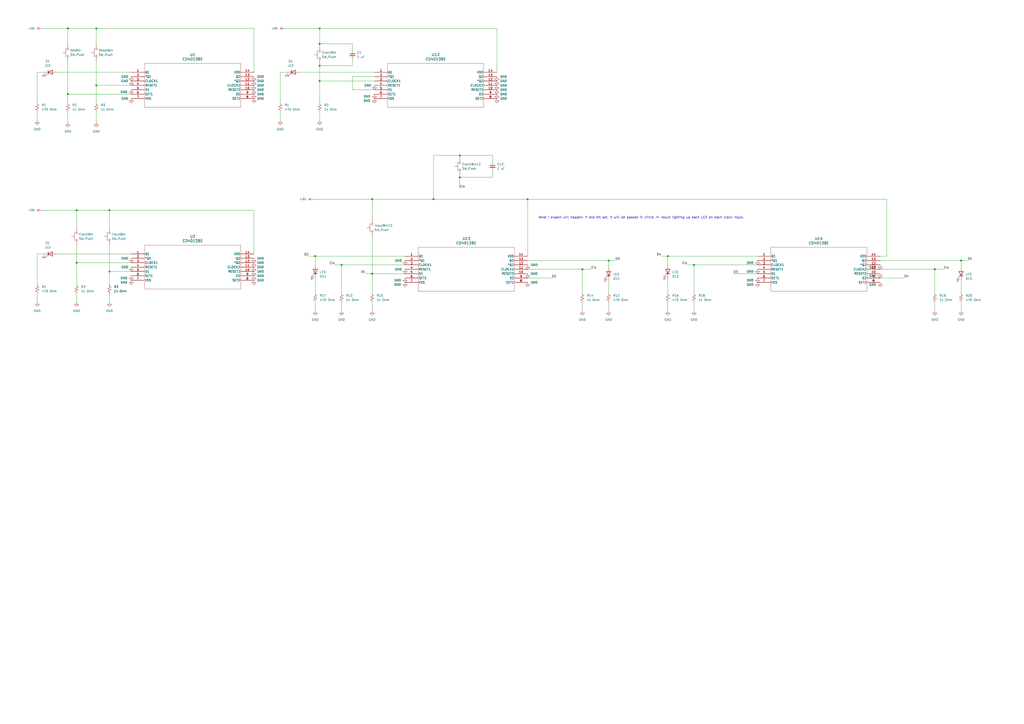
<source format=kicad_sch>
(kicad_sch (version 20231120) (generator "eeschema") (generator_version "8.0")
  (paper "A2")
  (lib_symbols
    (symbol "CD4013BE:CD4013BE" (pin_names (offset 0.254))
      (property "Reference" "U" (at 35.56 10.16 0))
      (property "Value" "CD4013BE" (at 35.56 7.62 0))
      (symbol "CD4013BE_0_1"
        (polyline (pts (xy 7.62 -20.32) (xy 63.5 -20.32)) (stroke (width 0.127)))
        (polyline (pts (xy 7.62 5.08) (xy 7.62 -20.32)) (stroke (width 0.127)))
        (polyline (pts (xy 63.5 -20.32) (xy 63.5 5.08)) (stroke (width 0.127)))
        (polyline (pts (xy 63.5 5.08) (xy 7.62 5.08)) (stroke (width 0.127)))
        (pin unspecified line (at 0 0 0) (length 7.62) (name "Q1") (number "1"))
        (pin unspecified line (at 71.12 -10.16 180) (length 7.62) (name "RESET2") (number "10"))
        (pin unspecified line (at 71.12 -7.62 180) (length 7.62) (name "CLOCK2") (number "11"))
        (pin unspecified line (at 71.12 -5.08 180) (length 7.62) (name "*Q2") (number "12"))
        (pin unspecified line (at 71.12 -2.54 180) (length 7.62) (name "Q2") (number "13"))
        (pin power_in line (at 71.12 0 180) (length 7.62) (name "VDD") (number "14"))
        (pin unspecified line (at 0 -2.54 0) (length 7.62) (name "*Q1") (number "2"))
        (pin unspecified line (at 0 -5.08 0) (length 7.62) (name "CLOCK1") (number "3"))
        (pin unspecified line (at 0 -7.62 0) (length 7.62) (name "RESET1") (number "4"))
        (pin unspecified line (at 0 -10.16 0) (length 7.62) (name "D1") (number "5"))
        (pin unspecified line (at 0 -12.7 0) (length 7.62) (name "SET1") (number "6"))
        (pin power_in line (at 0 -15.24 0) (length 7.62) (name "VSS") (number "7"))
        (pin unspecified line (at 71.12 -15.24 180) (length 7.62) (name "SET2") (number "8"))
        (pin unspecified line (at 71.12 -12.7 180) (length 7.62) (name "D2") (number "9"))
      )
    )
    (symbol "Device:C_Small" (pin_numbers hide) (pin_names (offset 0.254) hide)
      (property "Reference" "C" (at 0.254 1.778 0))
      (property "Value" "C_Small" (at 0.254 -2.032 0))
      (symbol "C_Small_0_1"
        (polyline (pts (xy -1.524 -0.508) (xy 1.524 -0.508)) (stroke (width 0.3302)))
        (polyline (pts (xy -1.524 0.508) (xy 1.524 0.508)) (stroke (width 0.3048)))
      )
      (symbol "C_Small_1_1"
        (pin passive line (at 0 2.54 270) (length 2.032) (name "~") (number "1"))
        (pin passive line (at 0 -2.54 90) (length 2.032) (name "~") (number "2"))
      )
    )
    (symbol "Device:LED" (pin_numbers hide) (pin_names (offset 1.016) hide)
      (property "Reference" "D" (at 0 2.54 0))
      (property "Value" "LED" (at 0 -2.54 0))
      (symbol "LED_0_1"
        (polyline (pts (xy -1.27 -1.27) (xy -1.27 1.27)) (stroke (width 0.254)))
        (polyline (pts (xy -1.27 0) (xy 1.27 0)))
        (polyline (pts (xy 1.27 -1.27) (xy 1.27 1.27) (xy -1.27 0) (xy 1.27 -1.27)) (stroke (width 0.254)))
        (polyline (pts (xy -3.048 -0.762) (xy -4.572 -2.286) (xy -3.81 -2.286) (xy -4.572 -2.286) (xy -4.572 -1.524)))
        (polyline (pts (xy -1.778 -0.762) (xy -3.302 -2.286) (xy -2.54 -2.286) (xy -3.302 -2.286) (xy -3.302 -1.524)))
      )
      (symbol "LED_1_1"
        (pin passive line (at -3.81 0 0) (length 2.54) (name "K") (number "1"))
        (pin passive line (at 3.81 0 180) (length 2.54) (name "A") (number "2"))
      )
    )
    (symbol "Device:R_Small_US" (pin_numbers hide) (pin_names (offset 0.254) hide)
      (property "Reference" "R" (at 0.762 0.508 0))
      (property "Value" "R_Small_US" (at 0.762 -1.016 0))
      (symbol "R_Small_US_1_1"
        (polyline (pts (xy 0 0) (xy 1.016 -0.381) (xy 0 -0.762) (xy -1.016 -1.143) (xy 0 -1.524)))
        (polyline (pts (xy 0 1.524) (xy 1.016 1.143) (xy 0 0.762) (xy -1.016 0.381) (xy 0 0)))
        (pin passive line (at 0 2.54 270) (length 1.016) (name "~") (number "1"))
        (pin passive line (at 0 -2.54 90) (length 1.016) (name "~") (number "2"))
      )
    )
    (symbol "Switch:SW_Push" (pin_numbers hide) (pin_names (offset 1.016) hide)
      (property "Reference" "SW" (at 1.27 2.54 0))
      (property "Value" "SW_Push" (at 0 -1.524 0))
      (symbol "SW_Push_0_1"
        (circle (center -2.032 0) (radius 0.508))
        (polyline (pts (xy 0 1.27) (xy 0 3.048)))
        (polyline (pts (xy 2.54 1.27) (xy -2.54 1.27)))
        (circle (center 2.032 0) (radius 0.508))
        (pin passive line (at -5.08 0 0) (length 2.54) (name "1") (number "1"))
        (pin passive line (at 5.08 0 180) (length 2.54) (name "2") (number "2"))
      )
    )
    (symbol "power:+9V" (power) (pin_names (offset 0))
      (property "Value" "+9V" (at 0 3.556 0))
      (symbol "+9V_0_1"
        (polyline (pts (xy -0.762 1.27) (xy 0 2.54)))
        (polyline (pts (xy 0 0) (xy 0 2.54)))
        (polyline (pts (xy 0 2.54) (xy 0.762 1.27)))
      )
      (symbol "+9V_1_1"
        (pin power_in line (at 0 0 90) (length 0) hide (name "+9V") (number "1"))
      )
    )
    (symbol "power:GND" (power) (pin_names (offset 0))
      (property "Value" "GND" (at 0 -3.81 0))
      (symbol "GND_0_1"
        (polyline (pts (xy 0 0) (xy 0 -1.27) (xy 1.27 -1.27) (xy 0 -2.54) (xy -1.27 -1.27) (xy 0 -1.27)))
      )
      (symbol "GND_1_1"
        (pin power_in line (at 0 0 270) (length 0) hide (name "GND") (number "1"))
      )
    )
  )
  (junction (at 542.29 156.21))
  (junction (at 185.42 46.99))
  (junction (at 353.06 151.13))
  (junction (at 39.37 16.51))
  (junction (at 185.42 25.4))
  (junction (at 557.53 151.13))
  (junction (at 185.42 38.1))
  (junction (at 185.42 16.51))
  (junction (at 337.82 156.21))
  (junction (at 55.88 16.51))
  (junction (at 402.59 153.67))
  (junction (at 55.88 49.53))
  (junction (at 63.5 121.92))
  (junction (at 198.12 153.67))
  (junction (at 215.9 158.75))
  (junction (at 39.37 54.61))
  (junction (at 182.88 148.59))
  (junction (at 44.45 121.92))
  (junction (at 266.7 90.17))
  (junction (at 63.5 157.48))
  (junction (at 387.35 148.59))
  (junction (at 215.9 115.57))
  (junction (at 306.07 115.57))
  (junction (at 251.46 115.57))
  (junction (at 44.45 152.4))
  (junction (at 266.7 102.87))
  (wire (pts (xy 185.42 16.51) (xy 288.29 16.51)))
  (wire (pts (xy 185.42 64.77) (xy 185.42 69.85)))
  (wire (pts (xy 547.37 156.21) (xy 542.29 156.21)))
  (wire (pts (xy 198.12 175.26) (xy 198.12 180.34)))
  (wire (pts (xy 387.35 148.59) (xy 387.35 153.67)))
  (wire (pts (xy 44.45 152.4) (xy 44.45 165.1)))
  (wire (pts (xy 63.5 121.92) (xy 63.5 132.08)))
  (wire (pts (xy 251.46 115.57) (xy 215.9 115.57)))
  (wire (pts (xy 557.53 151.13) (xy 557.53 154.94)))
  (wire (pts (xy 63.5 121.92) (xy 147.32 121.92)))
  (wire (pts (xy 21.59 170.18) (xy 21.59 175.26)))
  (wire (pts (xy 204.47 29.21) (xy 204.47 25.4)))
  (wire (pts (xy 21.59 64.77) (xy 21.59 69.85)))
  (wire (pts (xy 402.59 153.67) (xy 402.59 170.18)))
  (wire (pts (xy 204.47 52.07) (xy 204.47 44.45)))
  (wire (pts (xy 285.75 102.87) (xy 266.7 102.87)))
  (wire (pts (xy 383.54 148.59) (xy 387.35 148.59)))
  (wire (pts (xy 44.45 152.4) (xy 76.2 152.4)))
  (wire (pts (xy 306.07 156.21) (xy 337.82 156.21)))
  (wire (pts (xy 215.9 158.75) (xy 234.95 158.75)))
  (wire (pts (xy 306.07 115.57) (xy 251.46 115.57)))
  (wire (pts (xy 33.02 147.32) (xy 76.2 147.32)))
  (wire (pts (xy 398.78 153.67) (xy 402.59 153.67)))
  (wire (pts (xy 251.46 90.17) (xy 251.46 115.57)))
  (wire (pts (xy 542.29 156.21) (xy 542.29 170.18)))
  (wire (pts (xy 387.35 161.29) (xy 387.35 170.18)))
  (wire (pts (xy 402.59 175.26) (xy 402.59 180.34)))
  (wire (pts (xy 182.88 161.29) (xy 182.88 170.18)))
  (wire (pts (xy 387.35 148.59) (xy 439.42 148.59)))
  (wire (pts (xy 510.54 148.59) (xy 514.35 148.59)))
  (wire (pts (xy 185.42 46.99) (xy 217.17 46.99)))
  (wire (pts (xy 21.59 165.1) (xy 21.59 147.32)))
  (wire (pts (xy 21.59 41.91) (xy 25.4 41.91)))
  (wire (pts (xy 185.42 46.99) (xy 185.42 59.69)))
  (wire (pts (xy 387.35 175.26) (xy 387.35 180.34)))
  (wire (pts (xy 510.54 156.21) (xy 542.29 156.21)))
  (wire (pts (xy 55.88 64.77) (xy 55.88 71.12)))
  (wire (pts (xy 402.59 153.67) (xy 439.42 153.67)))
  (wire (pts (xy 44.45 121.92) (xy 63.5 121.92)))
  (wire (pts (xy 215.9 175.26) (xy 215.9 180.34)))
  (wire (pts (xy 215.9 115.57) (xy 215.9 127)))
  (wire (pts (xy 182.88 148.59) (xy 182.88 153.67)))
  (wire (pts (xy 266.7 101.6) (xy 266.7 102.87)))
  (wire (pts (xy 217.17 52.07) (xy 204.47 52.07)))
  (wire (pts (xy 353.06 162.56) (xy 353.06 170.18)))
  (wire (pts (xy 165.1 16.51) (xy 185.42 16.51)))
  (wire (pts (xy 76.2 157.48) (xy 63.5 157.48)))
  (wire (pts (xy 306.07 115.57) (xy 514.35 115.57)))
  (wire (pts (xy 179.07 148.59) (xy 182.88 148.59)))
  (wire (pts (xy 204.47 34.29) (xy 204.47 38.1)))
  (wire (pts (xy 266.7 90.17) (xy 285.75 90.17)))
  (wire (pts (xy 39.37 35.56) (xy 39.37 54.61)))
  (wire (pts (xy 162.56 59.69) (xy 162.56 41.91)))
  (wire (pts (xy 185.42 16.51) (xy 185.42 25.4)))
  (wire (pts (xy 198.12 153.67) (xy 234.95 153.67)))
  (wire (pts (xy 185.42 36.83) (xy 185.42 38.1)))
  (wire (pts (xy 514.35 148.59) (xy 514.35 115.57)))
  (wire (pts (xy 185.42 25.4) (xy 204.47 25.4)))
  (wire (pts (xy 285.75 99.06) (xy 285.75 102.87)))
  (wire (pts (xy 288.29 16.51) (xy 288.29 41.91)))
  (wire (pts (xy 342.9 156.21) (xy 337.82 156.21)))
  (wire (pts (xy 44.45 142.24) (xy 44.45 152.4)))
  (wire (pts (xy 55.88 49.53) (xy 76.2 49.53)))
  (wire (pts (xy 353.06 151.13) (xy 353.06 154.94)))
  (wire (pts (xy 55.88 49.53) (xy 55.88 59.69)))
  (wire (pts (xy 212.09 158.75) (xy 215.9 158.75)))
  (wire (pts (xy 306.07 151.13) (xy 353.06 151.13)))
  (wire (pts (xy 542.29 175.26) (xy 542.29 180.34)))
  (wire (pts (xy 182.88 175.26) (xy 182.88 180.34)))
  (wire (pts (xy 204.47 44.45) (xy 217.17 44.45)))
  (wire (pts (xy 204.47 38.1) (xy 185.42 38.1)))
  (wire (pts (xy 55.88 16.51) (xy 147.32 16.51)))
  (wire (pts (xy 198.12 153.67) (xy 198.12 170.18)))
  (wire (pts (xy 306.07 148.59) (xy 306.07 115.57)))
  (wire (pts (xy 557.53 151.13) (xy 561.34 151.13)))
  (wire (pts (xy 182.88 148.59) (xy 234.95 148.59)))
  (wire (pts (xy 55.88 35.56) (xy 55.88 49.53)))
  (wire (pts (xy 510.54 151.13) (xy 557.53 151.13)))
  (wire (pts (xy 44.45 121.92) (xy 44.45 132.08)))
  (wire (pts (xy 24.13 16.51) (xy 39.37 16.51)))
  (wire (pts (xy 557.53 175.26) (xy 557.53 180.34)))
  (wire (pts (xy 337.82 156.21) (xy 337.82 170.18)))
  (wire (pts (xy 33.02 41.91) (xy 76.2 41.91)))
  (wire (pts (xy 510.54 161.29) (xy 524.51 161.29)))
  (wire (pts (xy 266.7 90.17) (xy 266.7 91.44)))
  (wire (pts (xy 21.59 147.32) (xy 25.4 147.32)))
  (wire (pts (xy 39.37 71.12) (xy 39.37 64.77)))
  (wire (pts (xy 55.88 16.51) (xy 55.88 25.4)))
  (wire (pts (xy 285.75 93.98) (xy 285.75 90.17)))
  (wire (pts (xy 337.82 175.26) (xy 337.82 180.34)))
  (wire (pts (xy 215.9 158.75) (xy 215.9 170.18)))
  (wire (pts (xy 147.32 16.51) (xy 147.32 41.91)))
  (wire (pts (xy 21.59 59.69) (xy 21.59 41.91)))
  (wire (pts (xy 147.32 121.92) (xy 147.32 147.32)))
  (wire (pts (xy 39.37 54.61) (xy 76.2 54.61)))
  (wire (pts (xy 425.45 158.75) (xy 439.42 158.75)))
  (wire (pts (xy 353.06 151.13) (xy 356.87 151.13)))
  (wire (pts (xy 24.13 121.92) (xy 44.45 121.92)))
  (wire (pts (xy 185.42 38.1) (xy 185.42 46.99)))
  (wire (pts (xy 63.5 170.18) (xy 63.5 175.26)))
  (wire (pts (xy 173.99 41.91) (xy 217.17 41.91)))
  (wire (pts (xy 39.37 16.51) (xy 55.88 16.51)))
  (wire (pts (xy 353.06 175.26) (xy 353.06 180.34)))
  (wire (pts (xy 215.9 115.57) (xy 181.61 115.57)))
  (wire (pts (xy 194.31 153.67) (xy 198.12 153.67)))
  (wire (pts (xy 557.53 162.56) (xy 557.53 170.18)))
  (wire (pts (xy 266.7 102.87) (xy 266.7 109.22)))
  (wire (pts (xy 306.07 161.29) (xy 320.04 161.29)))
  (wire (pts (xy 185.42 25.4) (xy 185.42 26.67)))
  (wire (pts (xy 63.5 157.48) (xy 63.5 165.1)))
  (wire (pts (xy 162.56 64.77) (xy 162.56 69.85)))
  (wire (pts (xy 44.45 170.18) (xy 44.45 175.26)))
  (wire (pts (xy 215.9 137.16) (xy 215.9 158.75)))
  (wire (pts (xy 39.37 16.51) (xy 39.37 25.4)))
  (wire (pts (xy 39.37 54.61) (xy 39.37 59.69)))
  (wire (pts (xy 162.56 41.91) (xy 166.37 41.91)))
  (wire (pts (xy 251.46 90.17) (xy 266.7 90.17)))
  (wire (pts (xy 63.5 142.24) (xy 63.5 157.48)))
  (text "What i expect will happen: If one bit set, it will be passed in circle, in result ligthing up each LED on each clock input. " (at 372.364 126.238 0) (effects (font (size 1.27 1.27))))
  (label "Clk" (at 398.78 153.67 180))
  (label "D3" (at 356.87 151.13 0))
  (label "D4" (at 383.54 148.59 180))
  (label "Clk" (at 266.7 109.22 0))
  (label "D3" (at 425.45 158.75 0))
  (label "D4" (at 524.51 161.29 0))
  (label "Clk" (at 547.37 156.21 0))
  (label "D2" (at 320.04 161.29 0))
  (label "Clk" (at 342.9 156.21 0))
  (label "D1" (at 212.09 158.75 180))
  (label "D1" (at 561.34 151.13 0))
  (label "D2" (at 179.07 148.59 180))
  (label "Clk" (at 194.31 153.67 180))
  (symbol (lib_id "Device:R_Small_US") (at 557.53 172.72 0) (unit 1)
    (property "Reference" "R20" (at 560.07 171.4499 0) (effects (justify left)))
    (property "Value" "470 Ohm" (at 560.07 173.9899 0) (effects (justify left)))
  )
  (symbol (lib_id "Device:R_Small_US") (at 39.37 62.23 0) (unit 1)
    (property "Reference" "R2" (at 41.91 60.9599 0) (effects (justify left)))
    (property "Value" "1k Ohm" (at 41.91 63.4999 0) (effects (justify left)))
  )
  (symbol (lib_id "power:GND") (at 147.32 44.45 0) (unit 1)
    (property "Reference" "#PWR020" (effects (hide yes)))
    (property "Value" "GND" (at 151.13 44.45 0))
  )
  (symbol (lib_id "power:GND") (at 147.32 160.02 0) (unit 1)
    (property "Reference" "#PWR?" (effects (hide yes)))
    (property "Value" "GND" (at 151.13 160.02 0))
  )
  (symbol (lib_id "Device:R_Small_US") (at 63.5 167.64 0) (unit 1)
    (property "Reference" "R3" (at 66.04 166.3699 0) (effects (justify left)))
    (property "Value" "1k Ohm" (at 66.04 168.9099 0) (effects (justify left)))
  )
  (symbol (lib_id "power:GND") (at 39.37 71.12 0) (mirror y) (unit 1)
    (property "Reference" "#PWR014" (effects (hide yes)))
    (property "Value" "GND" (at 39.37 76.2 0))
  )
  (symbol (lib_id "power:+9V") (at 165.1 16.51 90) (unit 1)
    (property "Reference" "#PWR028" (effects (hide yes)))
    (property "Value" "+9V" (at 161.29 16.5099 90) (effects (justify left)))
  )
  (symbol (lib_id "power:GND") (at 288.29 54.61 0) (unit 1)
    (property "Reference" "#PWR039" (effects (hide yes)))
    (property "Value" "GND" (at 292.1 54.61 0))
  )
  (symbol (lib_id "power:GND") (at 147.32 49.53 0) (unit 1)
    (property "Reference" "#PWR022" (effects (hide yes)))
    (property "Value" "GND" (at 151.13 49.53 0))
  )
  (symbol (lib_id "power:GND") (at 510.54 158.75 0) (mirror y) (unit 1)
    (property "Reference" "#PWR057" (effects (hide yes)))
    (property "Value" "GND" (at 504.19 160.02 0) (effects (justify right)))
  )
  (symbol (lib_id "Switch:SW_Push") (at 185.42 31.75 90) (unit 1)
    (property "Reference" "ClockBtn" (at 186.69 30.4799 90) (effects (justify right)))
    (property "Value" "SW_Push" (at 186.69 33.0199 90) (effects (justify right)))
  )
  (symbol (lib_id "power:GND") (at 63.5 175.26 0) (mirror y) (unit 1)
    (property "Reference" "#PWR026" (effects (hide yes)))
    (property "Value" "GND" (at 63.5 180.34 0))
  )
  (symbol (lib_id "power:GND") (at 44.45 175.26 0) (mirror y) (unit 1)
    (property "Reference" "#PWR?" (effects (hide yes)))
    (property "Value" "GND" (at 44.45 180.34 0))
  )
  (symbol (lib_id "power:GND") (at 353.06 180.34 0) (mirror y) (unit 1)
    (property "Reference" "#PWR030" (effects (hide yes)))
    (property "Value" "GND" (at 353.06 185.42 0))
  )
  (symbol (lib_id "Device:LED") (at 353.06 158.75 270) (mirror x) (unit 1)
    (property "Reference" "D12" (at 355.6 161.6076 90) (effects (justify left)))
    (property "Value" "LED" (at 355.6 159.0676 90) (effects (justify left)))
  )
  (symbol (lib_id "Device:R_Small_US") (at 198.12 172.72 0) (unit 1)
    (property "Reference" "R13" (at 200.66 171.4499 0) (effects (justify left)))
    (property "Value" "1k Ohm" (at 200.66 173.9899 0) (effects (justify left)))
  )
  (symbol (lib_id "power:GND") (at 147.32 149.86 0) (unit 1)
    (property "Reference" "#PWR?" (effects (hide yes)))
    (property "Value" "GND" (at 151.13 149.86 0))
  )
  (symbol (lib_id "Device:R_Small_US") (at 44.45 167.64 0) (unit 1)
    (property "Reference" "R2" (at 46.99 166.3699 0) (effects (justify left)))
    (property "Value" "1k Ohm" (at 46.99 168.9099 0) (effects (justify left)))
  )
  (symbol (lib_id "Device:LED") (at 29.21 147.32 0) (unit 1)
    (property "Reference" "D1" (at 27.6225 140.97 0))
    (property "Value" "LED" (at 27.6225 143.51 0))
  )
  (symbol (lib_id "power:GND") (at 306.07 158.75 0) (unit 1)
    (property "Reference" "#PWR048" (effects (hide yes)))
    (property "Value" "GND" (at 309.88 158.75 0))
  )
  (symbol (lib_id "Switch:SW_Push") (at 55.88 30.48 90) (unit 1)
    (property "Reference" "ResetBtn" (at 57.15 29.2099 90) (effects (justify right)))
    (property "Value" "SW_Push" (at 57.15 31.7499 90) (effects (justify right)))
  )
  (symbol (lib_id "power:GND") (at 147.32 157.48 0) (unit 1)
    (property "Reference" "#PWR?" (effects (hide yes)))
    (property "Value" "GND" (at 151.13 157.48 0))
  )
  (symbol (lib_id "power:GND") (at 147.32 57.15 0) (unit 1)
    (property "Reference" "#PWR025" (effects (hide yes)))
    (property "Value" "GND" (at 151.13 57.15 0))
  )
  (symbol (lib_id "Device:R_Small_US") (at 182.88 172.72 0) (unit 1)
    (property "Reference" "R17" (at 185.42 171.4499 0) (effects (justify left)))
    (property "Value" "470 Ohm" (at 185.42 173.9899 0) (effects (justify left)))
  )
  (symbol (lib_id "power:GND") (at 76.2 52.07 0) (mirror y) (unit 1)
    (property "Reference" "#PWR018" (effects (hide yes)))
    (property "Value" "GND" (at 69.85 53.34 0) (effects (justify right)))
  )
  (symbol (lib_id "Device:C_Small") (at 285.75 96.52 0) (unit 1)
    (property "Reference" "C12" (at 288.29 95.2562 0) (effects (justify left)))
    (property "Value" "1 uF" (at 288.29 97.7962 0) (effects (justify left)))
    (property "Description" "Unpolarized capacitor, small symbol" (effects (hide yes)))
  )
  (symbol (lib_id "power:GND") (at 234.95 151.13 0) (mirror y) (unit 1)
    (property "Reference" "#PWR049" (effects (hide yes)))
    (property "Value" "GND" (at 231.14 151.13 0))
  )
  (symbol (lib_id "power:GND") (at 439.42 163.83 0) (mirror y) (unit 1)
    (property "Reference" "#PWR053" (effects (hide yes)))
    (property "Value" "GND" (at 433.07 165.1 0) (effects (justify right)))
  )
  (symbol (lib_id "Switch:SW_Push") (at 39.37 30.48 90) (unit 1)
    (property "Reference" "SetBtn" (at 40.64 29.2099 90) (effects (justify right)))
    (property "Value" "SW_Push" (at 40.64 31.7499 90) (effects (justify right)))
  )
  (symbol (lib_id "power:GND") (at 147.32 162.56 0) (unit 1)
    (property "Reference" "#PWR?" (effects (hide yes)))
    (property "Value" "GND" (at 151.13 162.56 0))
  )
  (symbol (lib_id "power:GND") (at 76.2 154.94 0) (mirror y) (unit 1)
    (property "Reference" "#PWR?" (effects (hide yes)))
    (property "Value" "GND" (at 72.39 154.94 0))
  )
  (symbol (lib_id "power:GND") (at 76.2 160.02 0) (mirror y) (unit 1)
    (property "Reference" "#PWR?" (effects (hide yes)))
    (property "Value" "GND" (at 69.85 161.29 0) (effects (justify right)))
  )
  (symbol (lib_id "power:GND") (at 217.17 54.61 0) (mirror y) (unit 1)
    (property "Reference" "#PWR033" (effects (hide yes)))
    (property "Value" "GND" (at 210.82 55.88 0) (effects (justify right)))
  )
  (symbol (lib_id "power:+9V") (at 181.61 115.57 90) (unit 1)
    (property "Reference" "#PWR031" (effects (hide yes)))
    (property "Value" "+9V" (at 177.8 115.5699 90) (effects (justify left)))
  )
  (symbol (lib_id "power:GND") (at 185.42 69.85 0) (mirror y) (unit 1)
    (property "Reference" "#PWR029" (effects (hide yes)))
    (property "Value" "GND" (at 185.42 74.93 0))
  )
  (symbol (lib_id "power:GND") (at 306.07 163.83 0) (unit 1)
    (property "Reference" "#PWR050" (effects (hide yes)))
    (property "Value" "GND" (at 309.88 163.83 0))
  )
  (symbol (lib_id "CD4013BE:CD4013BE") (at 76.2 147.32 0) (unit 1)
    (property "Reference" "U2" (at 111.76 137.16 0) (effects (font (size 1.524 1.524))))
    (property "Value" "CD4013BE" (at 111.76 139.7 0) (effects (font (size 1.524 1.524))))
    (property "Footprint" "N14" (effects (hide yes)))
    (property "Datasheet" "CD4013BE" (effects (hide yes)))
  )
  (symbol (lib_id "Device:C_Small") (at 204.47 31.75 0) (unit 1)
    (property "Reference" "C1" (at 207.01 30.4862 0) (effects (justify left)))
    (property "Value" "1 uF" (at 207.01 33.0262 0) (effects (justify left)))
    (property "Description" "Unpolarized capacitor, small symbol" (effects (hide yes)))
  )
  (symbol (lib_id "Device:R_Small_US") (at 215.9 172.72 0) (unit 1)
    (property "Reference" "R15" (at 218.44 171.4499 0) (effects (justify left)))
    (property "Value" "1k Ohm" (at 218.44 173.9899 0) (effects (justify left)))
  )
  (symbol (lib_id "Device:R_Small_US") (at 337.82 172.72 0) (unit 1)
    (property "Reference" "R14" (at 340.36 171.4499 0) (effects (justify left)))
    (property "Value" "1k Ohm" (at 340.36 173.9899 0) (effects (justify left)))
  )
  (symbol (lib_id "power:GND") (at 288.29 49.53 0) (unit 1)
    (property "Reference" "#PWR037" (effects (hide yes)))
    (property "Value" "GND" (at 292.1 49.53 0))
  )
  (symbol (lib_id "CD4013BE:CD4013BE") (at 234.95 148.59 0) (unit 1)
    (property "Reference" "U13" (at 270.51 138.43 0) (effects (font (size 1.524 1.524))))
    (property "Value" "CD4013BE" (at 270.51 140.97 0) (effects (font (size 1.524 1.524))))
    (property "Footprint" "N14" (effects (hide yes)))
    (property "Datasheet" "CD4013BE" (effects (hide yes)))
  )
  (symbol (lib_id "power:GND") (at 147.32 46.99 0) (unit 1)
    (property "Reference" "#PWR021" (effects (hide yes)))
    (property "Value" "GND" (at 151.13 46.99 0))
  )
  (symbol (lib_id "power:GND") (at 147.32 154.94 0) (unit 1)
    (property "Reference" "#PWR?" (effects (hide yes)))
    (property "Value" "GND" (at 151.13 154.94 0))
  )
  (symbol (lib_id "power:GND") (at 288.29 46.99 0) (unit 1)
    (property "Reference" "#PWR036" (effects (hide yes)))
    (property "Value" "GND" (at 292.1 46.99 0))
  )
  (symbol (lib_id "power:GND") (at 306.07 153.67 0) (unit 1)
    (property "Reference" "#PWR046" (effects (hide yes)))
    (property "Value" "GND" (at 309.88 153.67 0))
  )
  (symbol (lib_id "Switch:SW_Push") (at 215.9 132.08 90) (unit 1)
    (property "Reference" "InputBtn12" (at 217.17 130.8099 90) (effects (justify right)))
    (property "Value" "SW_Push" (at 217.17 133.3499 90) (effects (justify right)))
  )
  (symbol (lib_id "power:GND") (at 215.9 180.34 0) (mirror y) (unit 1)
    (property "Reference" "#PWR051" (effects (hide yes)))
    (property "Value" "GND" (at 215.9 185.42 0))
  )
  (symbol (lib_id "power:GND") (at 147.32 54.61 0) (unit 1)
    (property "Reference" "#PWR024" (effects (hide yes)))
    (property "Value" "GND" (at 151.13 54.61 0))
  )
  (symbol (lib_id "Device:R_Small_US") (at 55.88 62.23 0) (unit 1)
    (property "Reference" "R3" (at 58.42 60.9599 0) (effects (justify left)))
    (property "Value" "1k Ohm" (at 58.42 63.4999 0) (effects (justify left)))
  )
  (symbol (lib_id "power:GND") (at 288.29 44.45 0) (unit 1)
    (property "Reference" "#PWR035" (effects (hide yes)))
    (property "Value" "GND" (at 292.1 44.45 0))
  )
  (symbol (lib_id "power:GND") (at 337.82 180.34 0) (mirror y) (unit 1)
    (property "Reference" "#PWR047" (effects (hide yes)))
    (property "Value" "GND" (at 337.82 185.42 0))
  )
  (symbol (lib_id "Device:R_Small_US") (at 21.59 167.64 0) (unit 1)
    (property "Reference" "R1" (at 24.13 166.3699 0) (effects (justify left)))
    (property "Value" "470 Ohm" (at 24.13 168.9099 0) (effects (justify left)))
  )
  (symbol (lib_id "power:GND") (at 510.54 153.67 0) (mirror y) (unit 1)
    (property "Reference" "#PWR058" (effects (hide yes)))
    (property "Value" "GND" (at 504.19 154.94 0) (effects (justify right)))
  )
  (symbol (lib_id "power:GND") (at 217.17 57.15 0) (mirror y) (unit 1)
    (property "Reference" "#PWR034" (effects (hide yes)))
    (property "Value" "GND" (at 210.82 58.42 0) (effects (justify right)))
  )
  (symbol (lib_id "power:GND") (at 21.59 175.26 0) (mirror y) (unit 1)
    (property "Reference" "#PWR?" (effects (hide yes)))
    (property "Value" "GND" (at 21.59 180.34 0))
  )
  (symbol (lib_id "Device:R_Small_US") (at 402.59 172.72 0) (unit 1)
    (property "Reference" "R18" (at 405.13 171.4499 0) (effects (justify left)))
    (property "Value" "1k Ohm" (at 405.13 173.9899 0) (effects (justify left)))
  )
  (symbol (lib_id "power:GND") (at 234.95 163.83 0) (mirror y) (unit 1)
    (property "Reference" "#PWR044" (effects (hide yes)))
    (property "Value" "GND" (at 228.6 165.1 0) (effects (justify right)))
  )
  (symbol (lib_id "Device:R_Small_US") (at 387.35 172.72 0) (unit 1)
    (property "Reference" "R16" (at 389.89 171.4499 0) (effects (justify left)))
    (property "Value" "470 Ohm" (at 389.89 173.9899 0) (effects (justify left)))
  )
  (symbol (lib_id "power:GND") (at 439.42 161.29 0) (mirror y) (unit 1)
    (property "Reference" "#PWR052" (effects (hide yes)))
    (property "Value" "GND" (at 433.07 162.56 0) (effects (justify right)))
  )
  (symbol (lib_id "power:GND") (at 162.56 69.85 0) (mirror y) (unit 1)
    (property "Reference" "#PWR027" (effects (hide yes)))
    (property "Value" "GND" (at 162.56 74.93 0))
  )
  (symbol (lib_id "power:GND") (at 182.88 180.34 0) (mirror y) (unit 1)
    (property "Reference" "#PWR059" (effects (hide yes)))
    (property "Value" "GND" (at 182.88 185.42 0))
  )
  (symbol (lib_id "Device:R_Small_US") (at 162.56 62.23 0) (unit 1)
    (property "Reference" "R1" (at 165.1 60.9599 0) (effects (justify left)))
    (property "Value" "470 Ohm" (at 165.1 63.4999 0) (effects (justify left)))
  )
  (symbol (lib_id "power:+9V") (at 24.13 121.92 90) (unit 1)
    (property "Reference" "#PWR?" (effects (hide yes)))
    (property "Value" "+9V" (at 20.32 121.9199 90) (effects (justify left)))
  )
  (symbol (lib_id "power:GND") (at 542.29 180.34 0) (mirror y) (unit 1)
    (property "Reference" "#PWR061" (effects (hide yes)))
    (property "Value" "GND" (at 542.29 185.42 0))
  )
  (symbol (lib_id "Switch:SW_Push") (at 266.7 96.52 90) (unit 1)
    (property "Reference" "ClockBtn12" (at 267.97 95.2499 90) (effects (justify right)))
    (property "Value" "SW_Push" (at 267.97 97.7899 90) (effects (justify right)))
  )
  (symbol (lib_id "CD4013BE:CD4013BE") (at 217.17 41.91 0) (unit 1)
    (property "Reference" "U12" (at 252.73 31.75 0) (effects (font (size 1.524 1.524))))
    (property "Value" "CD4013BE" (at 252.73 34.29 0) (effects (font (size 1.524 1.524))))
    (property "Footprint" "N14" (effects (hide yes)))
    (property "Datasheet" "CD4013BE" (effects (hide yes)))
  )
  (symbol (lib_id "power:GND") (at 55.88 71.12 0) (mirror y) (unit 1)
    (property "Reference" "#PWR015" (effects (hide yes)))
    (property "Value" "GND" (at 55.88 76.2 0))
  )
  (symbol (lib_id "power:GND") (at 288.29 57.15 0) (unit 1)
    (property "Reference" "#PWR040" (effects (hide yes)))
    (property "Value" "GND" (at 292.1 57.15 0))
  )
  (symbol (lib_id "power:GND") (at 147.32 52.07 0) (unit 1)
    (property "Reference" "#PWR023" (effects (hide yes)))
    (property "Value" "GND" (at 151.13 52.07 0))
  )
  (symbol (lib_id "power:GND") (at 198.12 180.34 0) (mirror y) (unit 1)
    (property "Reference" "#PWR041" (effects (hide yes)))
    (property "Value" "GND" (at 198.12 185.42 0))
  )
  (symbol (lib_id "Device:LED") (at 170.18 41.91 0) (unit 1)
    (property "Reference" "D1" (at 168.5925 35.56 0))
    (property "Value" "LED" (at 168.5925 38.1 0))
  )
  (symbol (lib_id "power:GND") (at 76.2 46.99 0) (mirror y) (unit 1)
    (property "Reference" "#PWR017" (effects (hide yes)))
    (property "Value" "GND" (at 72.39 46.99 0))
  )
  (symbol (lib_id "power:GND") (at 557.53 180.34 0) (mirror y) (unit 1)
    (property "Reference" "#PWR062" (effects (hide yes)))
    (property "Value" "GND" (at 557.53 185.42 0))
  )
  (symbol (lib_id "power:GND") (at 288.29 52.07 0) (unit 1)
    (property "Reference" "#PWR038" (effects (hide yes)))
    (property "Value" "GND" (at 292.1 52.07 0))
  )
  (symbol (lib_id "power:GND") (at 439.42 156.21 0) (mirror y) (unit 1)
    (property "Reference" "#PWR054" (effects (hide yes)))
    (property "Value" "GND" (at 433.07 157.48 0) (effects (justify right)))
  )
  (symbol (lib_id "Device:LED") (at 557.53 158.75 270) (mirror x) (unit 1)
    (property "Reference" "D15" (at 560.07 161.6076 90) (effects (justify left)))
    (property "Value" "LED" (at 560.07 159.0676 90) (effects (justify left)))
  )
  (symbol (lib_id "CD4013BE:CD4013BE") (at 439.42 148.59 0) (unit 1)
    (property "Reference" "U14" (at 474.98 138.43 0) (effects (font (size 1.524 1.524))))
    (property "Value" "CD4013BE" (at 474.98 140.97 0) (effects (font (size 1.524 1.524))))
    (property "Footprint" "N14" (effects (hide yes)))
    (property "Datasheet" "CD4013BE" (effects (hide yes)))
  )
  (symbol (lib_id "power:GND") (at 76.2 57.15 0) (mirror y) (unit 1)
    (property "Reference" "#PWR019" (effects (hide yes)))
    (property "Value" "GND" (at 72.39 57.15 0))
  )
  (symbol (lib_id "Switch:SW_Push") (at 44.45 137.16 90) (unit 1)
    (property "Reference" "ClockBtn" (at 45.72 135.8899 90) (effects (justify right)))
    (property "Value" "SW_Push" (at 45.72 138.4299 90) (effects (justify right)))
  )
  (symbol (lib_id "power:GND") (at 76.2 162.56 0) (mirror y) (unit 1)
    (property "Reference" "#PWR?" (effects (hide yes)))
    (property "Value" "GND" (at 69.85 163.83 0) (effects (justify right)))
  )
  (symbol (lib_id "power:GND") (at 217.17 49.53 0) (mirror y) (unit 1)
    (property "Reference" "#PWR032" (effects (hide yes)))
    (property "Value" "GND" (at 213.36 49.53 0))
  )
  (symbol (lib_id "power:GND") (at 76.2 149.86 0) (mirror y) (unit 1)
    (property "Reference" "#PWR?" (effects (hide yes)))
    (property "Value" "GND" (at 72.39 149.86 0))
  )
  (symbol (lib_id "power:GND") (at 234.95 156.21 0) (mirror y) (unit 1)
    (property "Reference" "#PWR042" (effects (hide yes)))
    (property "Value" "GND" (at 231.14 156.21 0))
  )
  (symbol (lib_id "power:GND") (at 147.32 152.4 0) (unit 1)
    (property "Reference" "#PWR?" (effects (hide yes)))
    (property "Value" "GND" (at 151.13 152.4 0))
  )
  (symbol (lib_id "CD4013BE:CD4013BE") (at 76.2 41.91 0) (unit 1)
    (property "Reference" "U1" (at 111.76 31.75 0) (effects (font (size 1.524 1.524))))
    (property "Value" "CD4013BE" (at 111.76 34.29 0) (effects (font (size 1.524 1.524))))
    (property "Footprint" "N14" (effects (hide yes)))
    (property "Datasheet" "CD4013BE" (effects (hide yes)))
  )
  (symbol (lib_id "Device:LED") (at 387.35 157.48 270) (mirror x) (unit 1)
    (property "Reference" "D13" (at 389.89 160.3376 90) (effects (justify left)))
    (property "Value" "LED" (at 389.89 157.7976 90) (effects (justify left)))
  )
  (symbol (lib_id "power:GND") (at 439.42 151.13 0) (mirror y) (unit 1)
    (property "Reference" "#PWR055" (effects (hide yes)))
    (property "Value" "GND" (at 433.07 152.4 0) (effects (justify right)))
  )
  (symbol (lib_id "power:+9V") (at 24.13 16.51 90) (unit 1)
    (property "Reference" "#PWR013" (effects (hide yes)))
    (property "Value" "+9V" (at 20.32 16.5099 90) (effects (justify left)))
  )
  (symbol (lib_id "power:GND") (at 387.35 180.34 0) (mirror y) (unit 1)
    (property "Reference" "#PWR045" (effects (hide yes)))
    (property "Value" "GND" (at 387.35 185.42 0))
  )
  (symbol (lib_id "Switch:SW_Push") (at 63.5 137.16 90) (unit 1)
    (property "Reference" "InputBtn" (at 64.77 135.8899 90) (effects (justify right)))
    (property "Value" "SW_Push" (at 64.77 138.4299 90) (effects (justify right)))
  )
  (symbol (lib_id "Device:R_Small_US") (at 542.29 172.72 0) (unit 1)
    (property "Reference" "R19" (at 544.83 171.4499 0) (effects (justify left)))
    (property "Value" "1k Ohm" (at 544.83 173.9899 0) (effects (justify left)))
  )
  (symbol (lib_id "Device:LED") (at 29.21 41.91 0) (unit 1)
    (property "Reference" "D1" (at 27.6225 35.56 0))
    (property "Value" "LED" (at 27.6225 38.1 0))
  )
  (symbol (lib_id "Device:R_Small_US") (at 353.06 172.72 0) (unit 1)
    (property "Reference" "R12" (at 355.6 171.4499 0) (effects (justify left)))
    (property "Value" "470 Ohm" (at 355.6 173.9899 0) (effects (justify left)))
  )
  (symbol (lib_id "Device:R_Small_US") (at 185.42 62.23 0) (unit 1)
    (property "Reference" "R2" (at 187.96 60.9599 0) (effects (justify left)))
    (property "Value" "1k Ohm" (at 187.96 63.4999 0) (effects (justify left)))
  )
  (symbol (lib_id "Device:R_Small_US") (at 21.59 62.23 0) (unit 1)
    (property "Reference" "R1" (at 24.13 60.9599 0) (effects (justify left)))
    (property "Value" "470 Ohm" (at 24.13 63.4999 0) (effects (justify left)))
  )
  (symbol (lib_id "power:GND") (at 510.54 163.83 0) (mirror y) (unit 1)
    (property "Reference" "#PWR056" (effects (hide yes)))
    (property "Value" "GND" (at 504.19 165.1 0) (effects (justify right)))
  )
  (symbol (lib_id "Device:LED") (at 182.88 157.48 270) (mirror x) (unit 1)
    (property "Reference" "D14" (at 185.42 160.3376 90) (effects (justify left)))
    (property "Value" "LED" (at 185.42 157.7976 90) (effects (justify left)))
  )
  (symbol (lib_id "power:GND") (at 402.59 180.34 0) (mirror y) (unit 1)
    (property "Reference" "#PWR060" (effects (hide yes)))
    (property "Value" "GND" (at 402.59 185.42 0))
  )
  (symbol (lib_id "power:GND") (at 76.2 44.45 0) (mirror y) (unit 1)
    (property "Reference" "#PWR016" (effects (hide yes)))
    (property "Value" "GND" (at 72.39 44.45 0))
  )
  (symbol (lib_id "power:GND") (at 21.59 69.85 0) (mirror y) (unit 1)
    (property "Reference" "#PWR012" (effects (hide yes)))
    (property "Value" "GND" (at 21.59 74.93 0))
  )
  (symbol (lib_id "power:GND") (at 234.95 161.29 0) (mirror y) (unit 1)
    (property "Reference" "#PWR043" (effects (hide yes)))
    (property "Value" "GND" (at 228.6 162.56 0) (effects (justify right)))
  )
)
</source>
